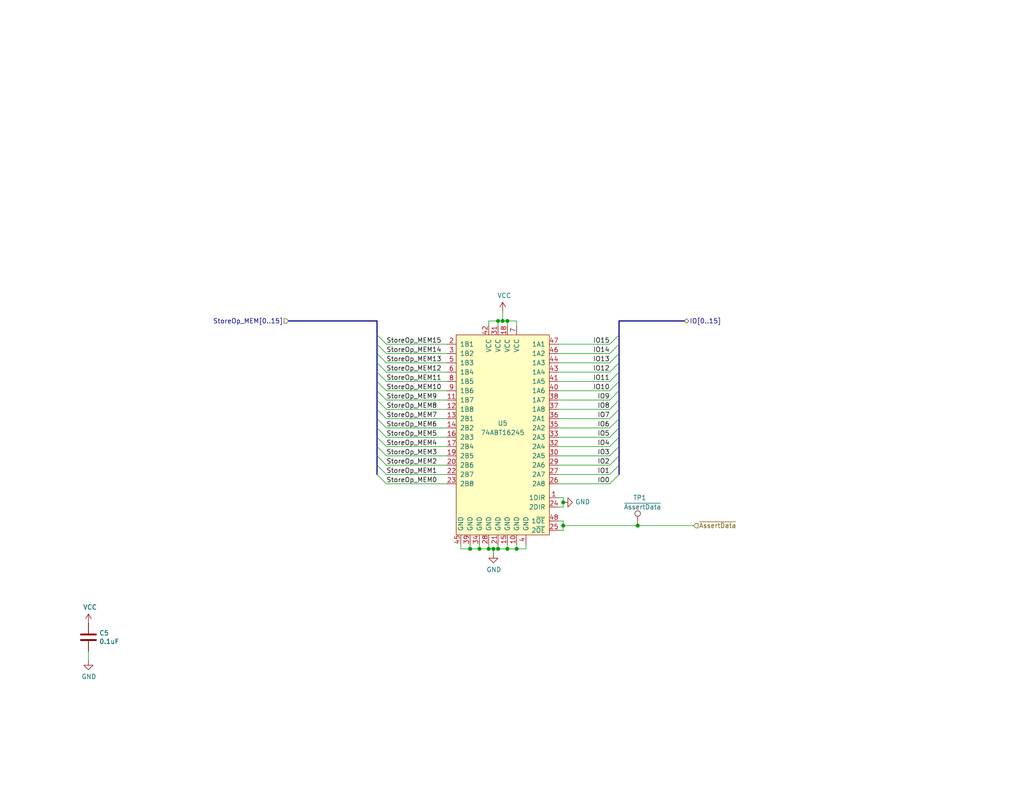
<source format=kicad_sch>
(kicad_sch (version 20250114) (generator "eeschema") (generator_version "9.0")
  (paper "USLetter")
  (title_block (title "MEM: Buffer StoreOp") (date "2025-07-22") (rev "A") (comment 3 "This allows peripheral devices to assert their own value to the bus during a Load.") (comment 4 "The store operand can be disconnected from the system memory bus via tristate outputs."))
  (lib_symbols
    (symbol "Connector:TestPoint" (pin_numbers (hide yes)) (pin_names (offset 0.762) (hide yes))
      (property "Reference" "TP" (at 0 6.858 0))
      (property "Value" "TestPoint" (at 0 5.08 0))
      (symbol "TestPoint_0_1"
        (circle (center 0 3.302) (radius 0.762))
      )
      (symbol "TestPoint_1_1"
        (pin passive line (at 0 0 90) (length 2.54) (name "1") (number "1"))
      )
    )
    (symbol "Device:C" (pin_numbers (hide yes)) (pin_names (offset 0.254))
      (property "Reference" "C" (at 0.635 2.54 0))
      (property "Value" "C" (at 0.635 -2.54 0))
      (symbol "C_0_1"
        (polyline (pts (xy -2.032 0.762) (xy 2.032 0.762)) (stroke (width 0.508)))
        (polyline (pts (xy -2.032 -0.762) (xy 2.032 -0.762)) (stroke (width 0.508)))
      )
      (symbol "C_1_1"
        (pin passive line (at 0 3.81 270) (length 2.794) (name "~") (number "1"))
        (pin passive line (at 0 -3.81 90) (length 2.794) (name "~") (number "2"))
      )
    )
    (symbol "Turtle16:74ABT16245" (pin_names (offset 1.016))
      (property "Reference" "U" (at 0 1.27 0))
      (property "Value" "74ABT16245" (at 0 -1.27 0))
      (symbol "74ABT16245_0_1"
        (rectangle (start -12.7 26.67) (end 12.7 -27.94) (fill (type background)))
      )
      (symbol "74ABT16245_1_1"
        (pin tri_state line (at -15.24 24.13 0) (length 2.54) (name "1A1") (number "47"))
        (pin tri_state line (at -15.24 21.59 0) (length 2.54) (name "1A2") (number "46"))
        (pin tri_state line (at -15.24 19.05 0) (length 2.54) (name "1A3") (number "44"))
        (pin tri_state line (at -15.24 16.51 0) (length 2.54) (name "1A4") (number "43"))
        (pin tri_state line (at -15.24 13.97 0) (length 2.54) (name "1A5") (number "41"))
        (pin tri_state line (at -15.24 11.43 0) (length 2.54) (name "1A6") (number "40"))
        (pin tri_state line (at -15.24 8.89 0) (length 2.54) (name "1A7") (number "38"))
        (pin tri_state line (at -15.24 6.35 0) (length 2.54) (name "1A8") (number "37"))
        (pin tri_state line (at -15.24 3.81 0) (length 2.54) (name "2A1") (number "36"))
        (pin tri_state line (at -15.24 1.27 0) (length 2.54) (name "2A2") (number "35"))
        (pin tri_state line (at -15.24 -1.27 0) (length 2.54) (name "2A3") (number "33"))
        (pin tri_state line (at -15.24 -3.81 0) (length 2.54) (name "2A4") (number "32"))
        (pin tri_state line (at -15.24 -6.35 0) (length 2.54) (name "2A5") (number "30"))
        (pin tri_state line (at -15.24 -8.89 0) (length 2.54) (name "2A6") (number "29"))
        (pin tri_state line (at -15.24 -11.43 0) (length 2.54) (name "2A7") (number "27"))
        (pin tri_state line (at -15.24 -13.97 0) (length 2.54) (name "2A8") (number "26"))
        (pin input line (at -15.24 -17.78 0) (length 2.54) (name "1DIR") (number "1"))
        (pin input line (at -15.24 -20.32 0) (length 2.54) (name "2DIR") (number "24"))
        (pin input line (at -15.24 -24.13 0) (length 2.54) (name "1~{OE}") (number "48"))
        (pin input line (at -15.24 -26.67 0) (length 2.54) (name "2~{OE}") (number "25"))
        (pin power_in line (at -6.35 -30.48 90) (length 2.54) (name "GND") (number "4"))
        (pin power_in line (at -3.81 29.21 270) (length 2.54) (name "VCC") (number "7"))
        (pin power_in line (at -3.81 -30.48 90) (length 2.54) (name "GND") (number "10"))
        (pin power_in line (at -1.27 29.21 270) (length 2.54) (name "VCC") (number "18"))
        (pin power_in line (at -1.27 -30.48 90) (length 2.54) (name "GND") (number "15"))
        (pin power_in line (at 1.27 29.21 270) (length 2.54) (name "VCC") (number "31"))
        (pin power_in line (at 1.27 -30.48 90) (length 2.54) (name "GND") (number "21"))
        (pin power_in line (at 3.81 29.21 270) (length 2.54) (name "VCC") (number "42"))
        (pin power_in line (at 3.81 -30.48 90) (length 2.54) (name "GND") (number "28"))
        (pin power_in line (at 6.35 -30.48 90) (length 2.54) (name "GND") (number "34"))
        (pin power_in line (at 8.89 -30.48 90) (length 2.54) (name "GND") (number "39"))
        (pin power_in line (at 11.43 -30.48 90) (length 2.54) (name "GND") (number "45"))
        (pin tri_state line (at 15.24 24.13 180) (length 2.54) (name "1B1") (number "2"))
        (pin tri_state line (at 15.24 21.59 180) (length 2.54) (name "1B2") (number "3"))
        (pin tri_state line (at 15.24 19.05 180) (length 2.54) (name "1B3") (number "5"))
        (pin tri_state line (at 15.24 16.51 180) (length 2.54) (name "1B4") (number "6"))
        (pin tri_state line (at 15.24 13.97 180) (length 2.54) (name "1B5") (number "8"))
        (pin tri_state line (at 15.24 11.43 180) (length 2.54) (name "1B6") (number "9"))
        (pin tri_state line (at 15.24 8.89 180) (length 2.54) (name "1B7") (number "11"))
        (pin tri_state line (at 15.24 6.35 180) (length 2.54) (name "1B8") (number "12"))
        (pin tri_state line (at 15.24 3.81 180) (length 2.54) (name "2B1") (number "13"))
        (pin tri_state line (at 15.24 1.27 180) (length 2.54) (name "2B2") (number "14"))
        (pin tri_state line (at 15.24 -1.27 180) (length 2.54) (name "2B3") (number "16"))
        (pin tri_state line (at 15.24 -3.81 180) (length 2.54) (name "2B4") (number "17"))
        (pin tri_state line (at 15.24 -6.35 180) (length 2.54) (name "2B5") (number "19"))
        (pin tri_state line (at 15.24 -8.89 180) (length 2.54) (name "2B6") (number "20"))
        (pin tri_state line (at 15.24 -11.43 180) (length 2.54) (name "2B7") (number "22"))
        (pin tri_state line (at 15.24 -13.97 180) (length 2.54) (name "2B8") (number "23"))
      )
    )
    (symbol "power:GND" (power) (pin_numbers (hide yes)) (pin_names (offset 0) (hide yes))
      (property "Value" "GND" (at 0 -3.81 0))
      (symbol "GND_0_1"
        (polyline (pts (xy 0 0) (xy 0 -1.27) (xy 1.27 -1.27) (xy 0 -2.54) (xy -1.27 -1.27) (xy 0 -1.27)))
      )
      (symbol "GND_1_1"
        (pin power_in line (at 0 0 270) (length 0) (name "~") (number "1"))
      )
    )
    (symbol "power:VCC" (power) (pin_numbers (hide yes)) (pin_names (offset 0) (hide yes))
      (property "Value" "VCC" (at 0 3.556 0))
      (symbol "VCC_0_1"
        (polyline (pts (xy -0.762 1.27) (xy 0 2.54)))
        (polyline (pts (xy 0 2.54) (xy 0.762 1.27)))
        (polyline (pts (xy 0 0) (xy 0 2.54)))
      )
      (symbol "VCC_1_1"
        (pin power_in line (at 0 0 90) (length 0) (name "~") (number "1"))
      )
    )
  )
  (junction (at 153.67 143.51))
  (junction (at 135.89 87.63))
  (junction (at 173.99 143.51))
  (junction (at 133.35 149.86))
  (junction (at 134.62 149.86))
  (junction (at 153.67 137.16))
  (junction (at 138.43 149.86))
  (junction (at 138.43 87.63))
  (junction (at 140.97 149.86))
  (junction (at 130.81 149.86))
  (junction (at 135.89 149.86))
  (junction (at 137.16 87.63))
  (junction (at 128.27 149.86))
  (bus_entry (at 105.41 111.76) (size -2.54 -2.54))
  (bus_entry (at 105.41 99.06) (size -2.54 -2.54))
  (bus_entry (at 166.37 111.76) (size 2.54 -2.54))
  (bus_entry (at 105.41 106.68) (size -2.54 -2.54))
  (bus_entry (at 166.37 116.84) (size 2.54 -2.54))
  (bus_entry (at 166.37 96.52) (size 2.54 -2.54))
  (bus_entry (at 105.41 114.3) (size -2.54 -2.54))
  (bus_entry (at 105.41 119.38) (size -2.54 -2.54))
  (bus_entry (at 166.37 121.92) (size 2.54 -2.54))
  (bus_entry (at 105.41 116.84) (size -2.54 -2.54))
  (bus_entry (at 166.37 106.68) (size 2.54 -2.54))
  (bus_entry (at 166.37 104.14) (size 2.54 -2.54))
  (bus_entry (at 105.41 121.92) (size -2.54 -2.54))
  (bus_entry (at 166.37 101.6) (size 2.54 -2.54))
  (bus_entry (at 166.37 132.08) (size 2.54 -2.54))
  (bus_entry (at 166.37 93.98) (size 2.54 -2.54))
  (bus_entry (at 166.37 114.3) (size 2.54 -2.54))
  (bus_entry (at 166.37 124.46) (size 2.54 -2.54))
  (bus_entry (at 105.41 101.6) (size -2.54 -2.54))
  (bus_entry (at 105.41 129.54) (size -2.54 -2.54))
  (bus_entry (at 166.37 119.38) (size 2.54 -2.54))
  (bus_entry (at 166.37 127) (size 2.54 -2.54))
  (bus_entry (at 105.41 124.46) (size -2.54 -2.54))
  (bus_entry (at 105.41 127) (size -2.54 -2.54))
  (bus_entry (at 105.41 93.98) (size -2.54 -2.54))
  (bus_entry (at 105.41 104.14) (size -2.54 -2.54))
  (bus_entry (at 105.41 132.08) (size -2.54 -2.54))
  (bus_entry (at 166.37 99.06) (size 2.54 -2.54))
  (bus_entry (at 105.41 96.52) (size -2.54 -2.54))
  (bus_entry (at 105.41 109.22) (size -2.54 -2.54))
  (bus_entry (at 166.37 129.54) (size 2.54 -2.54))
  (bus_entry (at 166.37 109.22) (size 2.54 -2.54))
  (wire (pts (xy 105.41 111.76) (xy 121.92 111.76)))
  (wire (pts (xy 135.89 148.59) (xy 135.89 149.86)))
  (wire (pts (xy 135.89 87.63) (xy 137.16 87.63)))
  (bus (pts (xy 168.91 109.22) (xy 168.91 111.76)))
  (wire (pts (xy 125.73 148.59) (xy 125.73 149.86)))
  (wire (pts (xy 166.37 101.6) (xy 152.4 101.6)))
  (wire (pts (xy 153.67 143.51) (xy 153.67 144.78)))
  (wire (pts (xy 166.37 109.22) (xy 152.4 109.22)))
  (wire (pts (xy 166.37 119.38) (xy 152.4 119.38)))
  (wire (pts (xy 153.67 142.24) (xy 153.67 143.51)))
  (wire (pts (xy 137.16 87.63) (xy 137.16 85.09)))
  (wire (pts (xy 152.4 135.89) (xy 153.67 135.89)))
  (wire (pts (xy 143.51 149.86) (xy 143.51 148.59)))
  (bus (pts (xy 168.91 127) (xy 168.91 129.54)))
  (wire (pts (xy 105.41 124.46) (xy 121.92 124.46)))
  (wire (pts (xy 105.41 101.6) (xy 121.92 101.6)))
  (wire (pts (xy 105.41 106.68) (xy 121.92 106.68)))
  (wire (pts (xy 138.43 149.86) (xy 140.97 149.86)))
  (wire (pts (xy 135.89 88.9) (xy 135.89 87.63)))
  (wire (pts (xy 105.41 132.08) (xy 121.92 132.08)))
  (wire (pts (xy 134.62 149.86) (xy 134.62 151.13)))
  (wire (pts (xy 153.67 143.51) (xy 173.99 143.51)))
  (wire (pts (xy 105.41 129.54) (xy 121.92 129.54)))
  (bus (pts (xy 102.87 87.63) (xy 78.74 87.63)))
  (bus (pts (xy 168.91 101.6) (xy 168.91 104.14)))
  (wire (pts (xy 140.97 148.59) (xy 140.97 149.86)))
  (wire (pts (xy 166.37 127) (xy 152.4 127)))
  (wire (pts (xy 166.37 116.84) (xy 152.4 116.84)))
  (bus (pts (xy 168.91 124.46) (xy 168.91 127)))
  (wire (pts (xy 134.62 149.86) (xy 135.89 149.86)))
  (bus (pts (xy 102.87 96.52) (xy 102.87 99.06)))
  (wire (pts (xy 166.37 114.3) (xy 152.4 114.3)))
  (wire (pts (xy 128.27 149.86) (xy 130.81 149.86)))
  (bus (pts (xy 102.87 124.46) (xy 102.87 127)))
  (wire (pts (xy 130.81 148.59) (xy 130.81 149.86)))
  (wire (pts (xy 153.67 144.78) (xy 152.4 144.78)))
  (bus (pts (xy 102.87 114.3) (xy 102.87 116.84)))
  (bus (pts (xy 102.87 119.38) (xy 102.87 121.92)))
  (bus (pts (xy 102.87 104.14) (xy 102.87 106.68)))
  (bus (pts (xy 168.91 104.14) (xy 168.91 106.68)))
  (bus (pts (xy 102.87 91.44) (xy 102.87 93.98)))
  (wire (pts (xy 153.67 138.43) (xy 152.4 138.43)))
  (bus (pts (xy 168.91 116.84) (xy 168.91 119.38)))
  (bus (pts (xy 102.87 99.06) (xy 102.87 101.6)))
  (bus (pts (xy 102.87 116.84) (xy 102.87 119.38)))
  (bus (pts (xy 168.91 106.68) (xy 168.91 109.22)))
  (wire (pts (xy 105.41 119.38) (xy 121.92 119.38)))
  (bus (pts (xy 168.91 87.63) (xy 168.91 91.44)))
  (wire (pts (xy 105.41 116.84) (xy 121.92 116.84)))
  (wire (pts (xy 166.37 99.06) (xy 152.4 99.06)))
  (wire (pts (xy 105.41 104.14) (xy 121.92 104.14)))
  (wire (pts (xy 153.67 137.16) (xy 153.67 138.43)))
  (bus (pts (xy 168.91 96.52) (xy 168.91 99.06)))
  (wire (pts (xy 105.41 93.98) (xy 121.92 93.98)))
  (wire (pts (xy 166.37 93.98) (xy 152.4 93.98)))
  (wire (pts (xy 133.35 87.63) (xy 135.89 87.63)))
  (bus (pts (xy 102.87 109.22) (xy 102.87 111.76)))
  (wire (pts (xy 105.41 96.52) (xy 121.92 96.52)))
  (bus (pts (xy 102.87 111.76) (xy 102.87 114.3)))
  (wire (pts (xy 138.43 87.63) (xy 140.97 87.63)))
  (bus (pts (xy 102.87 121.92) (xy 102.87 124.46)))
  (bus (pts (xy 168.91 93.98) (xy 168.91 96.52)))
  (bus (pts (xy 168.91 121.92) (xy 168.91 124.46)))
  (bus (pts (xy 102.87 101.6) (xy 102.87 104.14)))
  (wire (pts (xy 105.41 99.06) (xy 121.92 99.06)))
  (wire (pts (xy 133.35 149.86) (xy 134.62 149.86)))
  (wire (pts (xy 105.41 127) (xy 121.92 127)))
  (wire (pts (xy 133.35 148.59) (xy 133.35 149.86)))
  (wire (pts (xy 166.37 104.14) (xy 152.4 104.14)))
  (bus (pts (xy 168.91 87.63) (xy 186.69 87.63)))
  (wire (pts (xy 166.37 96.52) (xy 152.4 96.52)))
  (wire (pts (xy 138.43 87.63) (xy 138.43 88.9)))
  (wire (pts (xy 166.37 132.08) (xy 152.4 132.08)))
  (bus (pts (xy 102.87 87.63) (xy 102.87 91.44)))
  (bus (pts (xy 102.87 106.68) (xy 102.87 109.22)))
  (bus (pts (xy 168.91 91.44) (xy 168.91 93.98)))
  (wire (pts (xy 166.37 106.68) (xy 152.4 106.68)))
  (wire (pts (xy 133.35 88.9) (xy 133.35 87.63)))
  (wire (pts (xy 125.73 149.86) (xy 128.27 149.86)))
  (wire (pts (xy 140.97 149.86) (xy 143.51 149.86)))
  (bus (pts (xy 168.91 119.38) (xy 168.91 121.92)))
  (wire (pts (xy 166.37 121.92) (xy 152.4 121.92)))
  (wire (pts (xy 128.27 148.59) (xy 128.27 149.86)))
  (wire (pts (xy 138.43 148.59) (xy 138.43 149.86)))
  (wire (pts (xy 137.16 87.63) (xy 138.43 87.63)))
  (bus (pts (xy 102.87 127) (xy 102.87 129.54)))
  (wire (pts (xy 24.13 180.34) (xy 24.13 177.8)))
  (wire (pts (xy 105.41 114.3) (xy 121.92 114.3)))
  (bus (pts (xy 102.87 93.98) (xy 102.87 96.52)))
  (bus (pts (xy 168.91 114.3) (xy 168.91 116.84)))
  (wire (pts (xy 166.37 124.46) (xy 152.4 124.46)))
  (wire (pts (xy 153.67 135.89) (xy 153.67 137.16)))
  (wire (pts (xy 173.99 143.51) (xy 189.23 143.51)))
  (wire (pts (xy 166.37 129.54) (xy 152.4 129.54)))
  (wire (pts (xy 130.81 149.86) (xy 133.35 149.86)))
  (wire (pts (xy 140.97 87.63) (xy 140.97 88.9)))
  (bus (pts (xy 168.91 111.76) (xy 168.91 114.3)))
  (wire (pts (xy 152.4 142.24) (xy 153.67 142.24)))
  (bus (pts (xy 168.91 99.06) (xy 168.91 101.6)))
  (wire (pts (xy 105.41 121.92) (xy 121.92 121.92)))
  (wire (pts (xy 166.37 111.76) (xy 152.4 111.76)))
  (wire (pts (xy 105.41 109.22) (xy 121.92 109.22)))
  (wire (pts (xy 135.89 149.86) (xy 138.43 149.86)))
  (label "StoreOp_MEM9" (at 105.41 109.22 0))
  (label "IO0" (at 166.37 132.08 180))
  (label "StoreOp_MEM7" (at 105.41 114.3 0))
  (label "StoreOp_MEM11" (at 105.41 104.14 0))
  (label "StoreOp_MEM1" (at 105.41 129.54 0))
  (label "StoreOp_MEM10" (at 105.41 106.68 0))
  (label "IO15" (at 166.37 93.98 180))
  (label "IO13" (at 166.37 99.06 180))
  (label "IO8" (at 166.37 111.76 180))
  (label "IO12" (at 166.37 101.6 180))
  (label "StoreOp_MEM12" (at 105.41 101.6 0))
  (label "IO4" (at 166.37 121.92 180))
  (label "StoreOp_MEM15" (at 105.41 93.98 0))
  (label "StoreOp_MEM4" (at 105.41 121.92 0))
  (label "IO6" (at 166.37 116.84 180))
  (label "StoreOp_MEM8" (at 105.41 111.76 0))
  (label "IO2" (at 166.37 127 180))
  (label "StoreOp_MEM13" (at 105.41 99.06 0))
  (label "StoreOp_MEM3" (at 105.41 124.46 0))
  (label "IO1" (at 166.37 129.54 180))
  (label "StoreOp_MEM2" (at 105.41 127 0))
  (label "StoreOp_MEM0" (at 105.41 132.08 0))
  (label "IO5" (at 166.37 119.38 180))
  (label "IO7" (at 166.37 114.3 180))
  (label "IO14" (at 166.37 96.52 180))
  (label "StoreOp_MEM14" (at 105.41 96.52 0))
  (label "IO10" (at 166.37 106.68 180))
  (label "StoreOp_MEM5" (at 105.41 119.38 0))
  (label "IO11" (at 166.37 104.14 180))
  (label "IO9" (at 166.37 109.22 180))
  (label "IO3" (at 166.37 124.46 180))
  (label "StoreOp_MEM6" (at 105.41 116.84 0))
  (hierarchical_label "StoreOp_MEM[0..15]" (shape input) (at 78.74 87.63 180))
  (hierarchical_label "~{AssertData}" (shape input) (at 189.23 143.51 0))
  (hierarchical_label "IO[0..15]" (shape tri_state) (at 186.69 87.63 0))
  (symbol (lib_id "Device:C") (at 24.13 173.99 0) (unit 1)
    (property "Reference" "C5" (at 27.051 172.8216 0) (effects (justify left)))
    (property "Value" "0.1uF" (at 27.051 175.133 0) (effects (justify left)))
    (property "Footprint" "Capacitor_SMD:C_0603_1608Metric" (effects (hide yes)))
    (property "Datasheet" "https://www.mouser.com/datasheet/2/396/taiyo_yuden_12132018_mlcc11_hq_e-1510082.pdf" (effects (hide yes)))
    (property "Manufacturer" "Taiyo Yuden" (effects (hide yes)))
    (property "Manufacturer#" "EMK107B7104KAHT" (effects (hide yes)))
    (property "Mouser#" "963-EMK107B7104KAHT" (effects (hide yes)))
    (property "Digikey#" "587-6004-1-ND" (effects (hide yes)))
    (instances (project "" (path "" (reference "C5") (unit 1))) (project "Turtle16Computer" (path "" (reference "C38") (unit 1))))
  )
  (symbol (lib_id "power:VCC") (at 24.13 170.18 0) (unit 1)
    (property "Reference" "#PWR021" (effects (hide yes)))
    (property "Value" "VCC" (at 24.5618 165.7858 0))
    (property "Description" "Power symbol creates a global label with name \"VCC\"" (effects (hide yes)))
    (instances (project "" (path "" (reference "#PWR021") (unit 1))) (project "Turtle16Computer" (path "" (reference "#PWR0652") (unit 1))))
  )
  (symbol (lib_id "power:GND") (at 24.13 180.34 0) (unit 1)
    (property "Reference" "#PWR022" (effects (hide yes)))
    (property "Value" "GND" (at 24.257 184.7342 0))
    (property "Description" "Power symbol creates a global label with name \"GND\" , ground" (effects (hide yes)))
    (instances (project "" (path "" (reference "#PWR022") (unit 1))) (project "Turtle16Computer" (path "" (reference "#PWR0653") (unit 1))))
  )
  (symbol (lib_id "power:GND") (at 134.62 151.13 0) (unit 1)
    (property "Reference" "#PWR023" (effects (hide yes)))
    (property "Value" "GND" (at 134.747 155.5242 0))
    (property "Description" "Power symbol creates a global label with name \"GND\" , ground" (effects (hide yes)))
    (instances (project "" (path "" (reference "#PWR023") (unit 1))) (project "Turtle16Computer" (path "" (reference "#PWR0651") (unit 1))))
  )
  (symbol (lib_id "power:VCC") (at 137.16 85.09 0) (unit 1)
    (property "Reference" "#PWR024" (effects (hide yes)))
    (property "Value" "VCC" (at 137.5918 80.6958 0))
    (property "Description" "Power symbol creates a global label with name \"VCC\"" (effects (hide yes)))
    (instances (project "" (path "" (reference "#PWR024") (unit 1))) (project "Turtle16Computer" (path "" (reference "#PWR0649") (unit 1))))
  )
  (symbol (lib_id "Turtle16:74ABT16245") (at 137.16 118.11 0) (mirror y) (unit 1)
    (property "Reference" "U5" (at 137.16 115.57 0))
    (property "Value" "74ABT16245" (at 137.16 118.11 0))
    (property "Footprint" "Package_SO:TSSOP-48_6.1x12.5mm_P0.5mm" (effects (hide yes)))
    (property "Datasheet" "https://www.ti.com/general/docs/suppproductinfo.tsp?distId=26&gotoUrl=https://www.ti.com/lit/gpn/sn74abth16245" (effects (hide yes)))
    (property "Manufacturer" "Texas Instruments" (effects (hide yes)))
    (property "Manufacturer#" "SN74ABTH16245DGGR" (effects (hide yes)))
    (property "Mouser#" "595-SNABTH16245DGGR" (effects (hide yes)))
    (property "Digikey#" "296-4124-1-ND" (effects (hide yes)))
    (instances (project "" (path "" (reference "U5") (unit 1))) (project "Turtle16Computer" (path "" (reference "U33") (unit 1))))
  )
  (symbol (lib_id "power:GND") (at 153.67 137.16 90) (unit 1)
    (property "Reference" "#PWR025" (effects (hide yes)))
    (property "Value" "GND" (at 156.9212 137.033 90) (effects (justify right)))
    (property "Description" "Power symbol creates a global label with name \"GND\" , ground" (effects (hide yes)))
    (instances (project "" (path "" (reference "#PWR025") (unit 1))) (project "Turtle16Computer" (path "" (reference "#PWR0650") (unit 1))))
  )
  (symbol (lib_id "Connector:TestPoint") (at 173.99 143.51 0) (unit 1) (in_bom no)
    (property "Reference" "TP1" (at 172.72 135.89 0) (effects (justify left)))
    (property "Value" "~{AssertData}" (at 170.18 138.43 0) (effects (justify left)))
    (property "Footprint" "TestPoint:TestPoint_Pad_D1.0mm" (effects (hide yes)))
    (instances (project "" (path "" (reference "TP1") (unit 1))) (project "Turtle16Computer" (path "" (reference "TP47") (unit 1))))
  )
)
</source>
